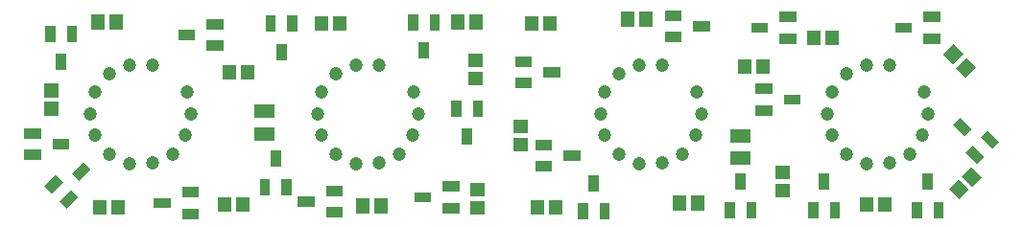
<source format=gts>
G04 Layer: TopSolderMaskLayer*
G04 EasyEDA v6.4.24, 2021-09-25T18:24:48+02:00*
G04 92b9668f88874301bfa8342a5f0d0e57,f5a38c858c354eb5b90fd3f81420cce3,10*
G04 Gerber Generator version 0.2*
G04 Scale: 100 percent, Rotated: No, Reflected: No *
G04 Dimensions in millimeters *
G04 leading zeros omitted , absolute positions ,4 integer and 5 decimal *
%FSLAX45Y45*%
%MOMM*%

%ADD32C,1.2032*%
%ADD33C,1.2040*%

%LPD*%
G36*
X2443988Y-527812D02*
G01*
X2443988Y-382523D01*
X2534411Y-382523D01*
X2534411Y-527812D01*
G37*
G36*
X2348991Y-277876D02*
G01*
X2348991Y-132587D01*
X2439415Y-132587D01*
X2439415Y-277876D01*
G37*
G36*
X2538984Y-277876D02*
G01*
X2538984Y-132587D01*
X2629408Y-132587D01*
X2629408Y-277876D01*
G37*
G36*
X2634488Y-1823212D02*
G01*
X2634488Y-1732787D01*
X2779775Y-1732787D01*
X2779775Y-1823212D01*
G37*
G36*
X2884424Y-1728215D02*
G01*
X2884424Y-1637792D01*
X3029711Y-1637792D01*
X3029711Y-1728215D01*
G37*
G36*
X2884424Y-1918207D02*
G01*
X2884424Y-1827784D01*
X3029711Y-1827784D01*
X3029711Y-1918207D01*
G37*
G36*
X703834Y-1595120D02*
G01*
X640079Y-1531365D01*
X742695Y-1428495D01*
X806704Y-1492504D01*
G37*
G36*
X594360Y-1838960D02*
G01*
X530605Y-1775205D01*
X633221Y-1672336D01*
X697229Y-1736344D01*
G37*
G36*
X459994Y-1704594D02*
G01*
X396239Y-1640839D01*
X498855Y-1537970D01*
X562863Y-1601978D01*
G37*
G36*
X471423Y-1315212D02*
G01*
X471423Y-1224787D01*
X616712Y-1224787D01*
X616712Y-1315212D01*
G37*
G36*
X221487Y-1410207D02*
G01*
X221487Y-1319784D01*
X366776Y-1319784D01*
X366776Y-1410207D01*
G37*
G36*
X221487Y-1220215D02*
G01*
X221487Y-1129792D01*
X366776Y-1129792D01*
X366776Y-1220215D01*
G37*
G36*
X3701288Y-515112D02*
G01*
X3701288Y-369823D01*
X3791711Y-369823D01*
X3791711Y-515112D01*
G37*
G36*
X3606291Y-265176D02*
G01*
X3606291Y-119887D01*
X3696715Y-119887D01*
X3696715Y-265176D01*
G37*
G36*
X3796284Y-265176D02*
G01*
X3796284Y-119887D01*
X3886708Y-119887D01*
X3886708Y-265176D01*
G37*
G36*
X4082288Y-1277112D02*
G01*
X4082288Y-1131823D01*
X4172711Y-1131823D01*
X4172711Y-1277112D01*
G37*
G36*
X3987291Y-1027176D02*
G01*
X3987291Y-881887D01*
X4077715Y-881887D01*
X4077715Y-1027176D01*
G37*
G36*
X4177284Y-1027176D02*
G01*
X4177284Y-881887D01*
X4267708Y-881887D01*
X4267708Y-1027176D01*
G37*
G36*
X1364487Y-1835912D02*
G01*
X1364487Y-1745487D01*
X1509776Y-1745487D01*
X1509776Y-1835912D01*
G37*
G36*
X1614423Y-1740915D02*
G01*
X1614423Y-1650492D01*
X1759712Y-1650492D01*
X1759712Y-1740915D01*
G37*
G36*
X1614423Y-1930907D02*
G01*
X1614423Y-1840484D01*
X1759712Y-1840484D01*
X1759712Y-1930907D01*
G37*
G36*
X3663188Y-1785112D02*
G01*
X3663188Y-1694687D01*
X3808475Y-1694687D01*
X3808475Y-1785112D01*
G37*
G36*
X3913124Y-1690115D02*
G01*
X3913124Y-1599692D01*
X4058411Y-1599692D01*
X4058411Y-1690115D01*
G37*
G36*
X3913124Y-1880107D02*
G01*
X3913124Y-1789684D01*
X4058411Y-1789684D01*
X4058411Y-1880107D01*
G37*
G36*
X500887Y-616712D02*
G01*
X500887Y-471423D01*
X591312Y-471423D01*
X591312Y-616712D01*
G37*
G36*
X405892Y-366776D02*
G01*
X405892Y-221487D01*
X496315Y-221487D01*
X496315Y-366776D01*
G37*
G36*
X595884Y-366776D02*
G01*
X595884Y-221487D01*
X686307Y-221487D01*
X686307Y-366776D01*
G37*
G36*
X1580387Y-350012D02*
G01*
X1580387Y-259587D01*
X1725676Y-259587D01*
X1725676Y-350012D01*
G37*
G36*
X1830323Y-255015D02*
G01*
X1830323Y-164592D01*
X1975611Y-164592D01*
X1975611Y-255015D01*
G37*
G36*
X1830323Y-445007D02*
G01*
X1830323Y-354584D01*
X1975611Y-354584D01*
X1975611Y-445007D01*
G37*
G36*
X2393188Y-1471676D02*
G01*
X2393188Y-1326387D01*
X2483611Y-1326387D01*
X2483611Y-1471676D01*
G37*
G36*
X2488184Y-1721612D02*
G01*
X2488184Y-1576323D01*
X2578608Y-1576323D01*
X2578608Y-1721612D01*
G37*
G36*
X2298191Y-1721612D02*
G01*
X2298191Y-1576323D01*
X2388615Y-1576323D01*
X2388615Y-1721612D01*
G37*
G36*
X6495288Y-1674876D02*
G01*
X6495288Y-1529587D01*
X6585711Y-1529587D01*
X6585711Y-1674876D01*
G37*
G36*
X6590284Y-1924812D02*
G01*
X6590284Y-1779523D01*
X6680708Y-1779523D01*
X6680708Y-1924812D01*
G37*
G36*
X6400291Y-1924812D02*
G01*
X6400291Y-1779523D01*
X6490715Y-1779523D01*
X6490715Y-1924812D01*
G37*
G36*
X6122924Y-273812D02*
G01*
X6122924Y-183387D01*
X6268211Y-183387D01*
X6268211Y-273812D01*
G37*
G36*
X5872988Y-368807D02*
G01*
X5872988Y-278384D01*
X6018275Y-278384D01*
X6018275Y-368807D01*
G37*
G36*
X5872988Y-178815D02*
G01*
X5872988Y-88392D01*
X6018275Y-88392D01*
X6018275Y-178815D01*
G37*
G36*
X6634988Y-286512D02*
G01*
X6634988Y-196087D01*
X6780275Y-196087D01*
X6780275Y-286512D01*
G37*
G36*
X6884924Y-191515D02*
G01*
X6884924Y-101092D01*
X7030211Y-101092D01*
X7030211Y-191515D01*
G37*
G36*
X6884924Y-381507D02*
G01*
X6884924Y-291084D01*
X7030211Y-291084D01*
X7030211Y-381507D01*
G37*
G36*
X7231888Y-1674876D02*
G01*
X7231888Y-1529587D01*
X7322311Y-1529587D01*
X7322311Y-1674876D01*
G37*
G36*
X7326884Y-1924812D02*
G01*
X7326884Y-1779523D01*
X7417308Y-1779523D01*
X7417308Y-1924812D01*
G37*
G36*
X7136891Y-1924812D02*
G01*
X7136891Y-1779523D01*
X7227315Y-1779523D01*
X7227315Y-1924812D01*
G37*
G36*
X5199888Y-1687576D02*
G01*
X5199888Y-1542287D01*
X5290311Y-1542287D01*
X5290311Y-1687576D01*
G37*
G36*
X5294884Y-1937512D02*
G01*
X5294884Y-1792223D01*
X5385308Y-1792223D01*
X5385308Y-1937512D01*
G37*
G36*
X5104891Y-1937512D02*
G01*
X5104891Y-1792223D01*
X5195315Y-1792223D01*
X5195315Y-1937512D01*
G37*
G36*
X8146288Y-1674876D02*
G01*
X8146288Y-1529587D01*
X8236711Y-1529587D01*
X8236711Y-1674876D01*
G37*
G36*
X8241284Y-1924812D02*
G01*
X8241284Y-1779523D01*
X8331708Y-1779523D01*
X8331708Y-1924812D01*
G37*
G36*
X8051291Y-1924812D02*
G01*
X8051291Y-1779523D01*
X8141715Y-1779523D01*
X8141715Y-1924812D01*
G37*
G36*
X8516365Y-1201420D02*
G01*
X8413495Y-1098804D01*
X8477504Y-1034795D01*
X8580120Y-1137665D01*
G37*
G36*
X8760206Y-1310894D02*
G01*
X8657336Y-1208278D01*
X8721343Y-1144270D01*
X8823959Y-1247139D01*
G37*
G36*
X8625840Y-1445260D02*
G01*
X8522970Y-1342644D01*
X8586977Y-1278636D01*
X8689593Y-1381505D01*
G37*
G36*
X4802124Y-680212D02*
G01*
X4802124Y-589787D01*
X4947411Y-589787D01*
X4947411Y-680212D01*
G37*
G36*
X4552188Y-775207D02*
G01*
X4552188Y-684784D01*
X4697475Y-684784D01*
X4697475Y-775207D01*
G37*
G36*
X4552188Y-585215D02*
G01*
X4552188Y-494792D01*
X4697475Y-494792D01*
X4697475Y-585215D01*
G37*
G36*
X6923024Y-921512D02*
G01*
X6923024Y-831087D01*
X7068311Y-831087D01*
X7068311Y-921512D01*
G37*
G36*
X6673088Y-1016507D02*
G01*
X6673088Y-926084D01*
X6818375Y-926084D01*
X6818375Y-1016507D01*
G37*
G36*
X6673088Y-826515D02*
G01*
X6673088Y-736092D01*
X6818375Y-736092D01*
X6818375Y-826515D01*
G37*
G36*
X4979924Y-1416812D02*
G01*
X4979924Y-1326387D01*
X5125211Y-1326387D01*
X5125211Y-1416812D01*
G37*
G36*
X4729988Y-1511807D02*
G01*
X4729988Y-1421384D01*
X4875275Y-1421384D01*
X4875275Y-1511807D01*
G37*
G36*
X4729988Y-1321815D02*
G01*
X4729988Y-1231392D01*
X4875275Y-1231392D01*
X4875275Y-1321815D01*
G37*
G36*
X7904988Y-286512D02*
G01*
X7904988Y-196087D01*
X8050275Y-196087D01*
X8050275Y-286512D01*
G37*
G36*
X8154924Y-191515D02*
G01*
X8154924Y-101092D01*
X8300211Y-101092D01*
X8300211Y-191515D01*
G37*
G36*
X8154924Y-381507D02*
G01*
X8154924Y-291084D01*
X8300211Y-291084D01*
X8300211Y-381507D01*
G37*
D32*
G01*
X1694510Y-999997D03*
G01*
X805510Y-999997D03*
G01*
X1656410Y-809497D03*
G01*
X843610Y-809497D03*
G01*
X843610Y-1190497D03*
G01*
X1643710Y-1190497D03*
G01*
X1529410Y-1355597D03*
G01*
X970610Y-1355597D03*
G01*
X1351610Y-1431797D03*
G01*
X1148410Y-1444497D03*
D33*
G01*
X1351610Y-568197D03*
D32*
G01*
X1148410Y-568197D03*
G01*
X970610Y-644397D03*
G01*
X3694506Y-999997D03*
G01*
X2805506Y-999997D03*
G01*
X3656406Y-809497D03*
G01*
X2843606Y-809497D03*
G01*
X2843606Y-1190497D03*
G01*
X3643706Y-1190497D03*
G01*
X3529406Y-1355597D03*
G01*
X2970606Y-1355597D03*
G01*
X3351606Y-1431797D03*
G01*
X3148406Y-1444497D03*
D33*
G01*
X3351606Y-568197D03*
D32*
G01*
X3148406Y-568197D03*
G01*
X2970606Y-644397D03*
G01*
X6194501Y-999997D03*
G01*
X5305501Y-999997D03*
G01*
X6156401Y-809497D03*
G01*
X5343601Y-809497D03*
G01*
X5343601Y-1190497D03*
G01*
X6143701Y-1190497D03*
G01*
X6029401Y-1355597D03*
G01*
X5470601Y-1355597D03*
G01*
X5851601Y-1431797D03*
G01*
X5648401Y-1444497D03*
D33*
G01*
X5851601Y-568197D03*
D32*
G01*
X5648401Y-568197D03*
G01*
X5470601Y-644397D03*
G01*
X8194497Y-999997D03*
G01*
X7305497Y-999997D03*
G01*
X8156397Y-809497D03*
G01*
X7343597Y-809497D03*
G01*
X7343597Y-1190497D03*
G01*
X8143697Y-1190497D03*
G01*
X8029397Y-1355597D03*
G01*
X7470597Y-1355597D03*
G01*
X7851597Y-1431797D03*
G01*
X7648397Y-1444497D03*
D33*
G01*
X7851597Y-568197D03*
D32*
G01*
X7648397Y-568197D03*
G01*
X7470597Y-644397D03*
G36*
X2089911Y-1868678D02*
G01*
X2089911Y-1738121D01*
X2210308Y-1738121D01*
X2210308Y-1868678D01*
G37*
G36*
X1929892Y-1868678D02*
G01*
X1929892Y-1738121D01*
X2050288Y-1738121D01*
X2050288Y-1868678D01*
G37*
G36*
X2780791Y-268478D02*
G01*
X2780791Y-137921D01*
X2901188Y-137921D01*
X2901188Y-268478D01*
G37*
G36*
X2940811Y-268478D02*
G01*
X2940811Y-137921D01*
X3061208Y-137921D01*
X3061208Y-268478D01*
G37*
G36*
X3149091Y-1881378D02*
G01*
X3149091Y-1750821D01*
X3269488Y-1750821D01*
X3269488Y-1881378D01*
G37*
G36*
X3309111Y-1881378D02*
G01*
X3309111Y-1750821D01*
X3429508Y-1750821D01*
X3429508Y-1881378D01*
G37*
G36*
X3987291Y-255778D02*
G01*
X3987291Y-125221D01*
X4107688Y-125221D01*
X4107688Y-255778D01*
G37*
G36*
X4147311Y-255778D02*
G01*
X4147311Y-125221D01*
X4267708Y-125221D01*
X4267708Y-255778D01*
G37*
G36*
X4138422Y-749807D02*
G01*
X4138422Y-629412D01*
X4268977Y-629412D01*
X4268977Y-749807D01*
G37*
G36*
X4138422Y-589787D02*
G01*
X4138422Y-469392D01*
X4268977Y-469392D01*
X4268977Y-589787D01*
G37*
G36*
X985012Y-1894078D02*
G01*
X985012Y-1763521D01*
X1105407Y-1763521D01*
X1105407Y-1894078D01*
G37*
G36*
X824992Y-1894078D02*
G01*
X824992Y-1763521D01*
X945387Y-1763521D01*
X945387Y-1894078D01*
G37*
G36*
X4151122Y-1892807D02*
G01*
X4151122Y-1772412D01*
X4281677Y-1772412D01*
X4281677Y-1892807D01*
G37*
G36*
X4151122Y-1732787D02*
G01*
X4151122Y-1612392D01*
X4281677Y-1612392D01*
X4281677Y-1732787D01*
G37*
G36*
X812292Y-255778D02*
G01*
X812292Y-125221D01*
X932687Y-125221D01*
X932687Y-255778D01*
G37*
G36*
X972312Y-255778D02*
G01*
X972312Y-125221D01*
X1092707Y-125221D01*
X1092707Y-255778D01*
G37*
G36*
X6103111Y-1855978D02*
G01*
X6103111Y-1725421D01*
X6223508Y-1725421D01*
X6223508Y-1855978D01*
G37*
G36*
X5943091Y-1855978D02*
G01*
X5943091Y-1725421D01*
X6063488Y-1725421D01*
X6063488Y-1855978D01*
G37*
G36*
X8410702Y-565404D02*
G01*
X8325611Y-480313D01*
X8417813Y-388112D01*
X8502904Y-473202D01*
G37*
G36*
X8523986Y-678687D02*
G01*
X8438895Y-593597D01*
X8531097Y-501395D01*
X8616188Y-586486D01*
G37*
G36*
X4532122Y-1334007D02*
G01*
X4532122Y-1213612D01*
X4662677Y-1213612D01*
X4662677Y-1334007D01*
G37*
G36*
X4532122Y-1173987D02*
G01*
X4532122Y-1053592D01*
X4662677Y-1053592D01*
X4662677Y-1173987D01*
G37*
G36*
X6674611Y-649478D02*
G01*
X6674611Y-518921D01*
X6795008Y-518921D01*
X6795008Y-649478D01*
G37*
G36*
X6514591Y-649478D02*
G01*
X6514591Y-518921D01*
X6634988Y-518921D01*
X6634988Y-649478D01*
G37*
G36*
X4634991Y-268478D02*
G01*
X4634991Y-137921D01*
X4755388Y-137921D01*
X4755388Y-268478D01*
G37*
G36*
X4795011Y-268478D02*
G01*
X4795011Y-137921D01*
X4915408Y-137921D01*
X4915408Y-268478D01*
G37*
G36*
X8581897Y-1644904D02*
G01*
X8489695Y-1552702D01*
X8574786Y-1467612D01*
X8666988Y-1559813D01*
G37*
G36*
X8468613Y-1758187D02*
G01*
X8376411Y-1665986D01*
X8461502Y-1580895D01*
X8553704Y-1673097D01*
G37*
G36*
X7754111Y-1868678D02*
G01*
X7754111Y-1738121D01*
X7874508Y-1738121D01*
X7874508Y-1868678D01*
G37*
G36*
X7594091Y-1868678D02*
G01*
X7594091Y-1738121D01*
X7714488Y-1738121D01*
X7714488Y-1868678D01*
G37*
G36*
X4845811Y-1894078D02*
G01*
X4845811Y-1763521D01*
X4966208Y-1763521D01*
X4966208Y-1894078D01*
G37*
G36*
X4685791Y-1894078D02*
G01*
X4685791Y-1763521D01*
X4806188Y-1763521D01*
X4806188Y-1894078D01*
G37*
G36*
X6843522Y-1580387D02*
G01*
X6843522Y-1459992D01*
X6974077Y-1459992D01*
X6974077Y-1580387D01*
G37*
G36*
X6843522Y-1740407D02*
G01*
X6843522Y-1620012D01*
X6974077Y-1620012D01*
X6974077Y-1740407D01*
G37*
G36*
X7124191Y-395478D02*
G01*
X7124191Y-264921D01*
X7244588Y-264921D01*
X7244588Y-395478D01*
G37*
G36*
X7284211Y-395478D02*
G01*
X7284211Y-264921D01*
X7404608Y-264921D01*
X7404608Y-395478D01*
G37*
G36*
X5645911Y-230378D02*
G01*
X5645911Y-99821D01*
X5766308Y-99821D01*
X5766308Y-230378D01*
G37*
G36*
X5485891Y-230378D02*
G01*
X5485891Y-99821D01*
X5606288Y-99821D01*
X5606288Y-230378D01*
G37*
G36*
X1967991Y-700278D02*
G01*
X1967991Y-569721D01*
X2088388Y-569721D01*
X2088388Y-700278D01*
G37*
G36*
X2128011Y-700278D02*
G01*
X2128011Y-569721D01*
X2248408Y-569721D01*
X2248408Y-700278D01*
G37*
G36*
X391921Y-1016507D02*
G01*
X391921Y-896112D01*
X522478Y-896112D01*
X522478Y-1016507D01*
G37*
G36*
X391921Y-856487D02*
G01*
X391921Y-736092D01*
X522478Y-736092D01*
X522478Y-856487D01*
G37*
G36*
X2249170Y-1039621D02*
G01*
X2249170Y-919226D01*
X2424429Y-919226D01*
X2424429Y-1039621D01*
G37*
G36*
X2249170Y-1239773D02*
G01*
X2249170Y-1119378D01*
X2424429Y-1119378D01*
X2424429Y-1239773D01*
G37*
G36*
X6452870Y-1255521D02*
G01*
X6452870Y-1135126D01*
X6628129Y-1135126D01*
X6628129Y-1255521D01*
G37*
G36*
X6452870Y-1455673D02*
G01*
X6452870Y-1335278D01*
X6628129Y-1335278D01*
X6628129Y-1455673D01*
G37*
M02*

</source>
